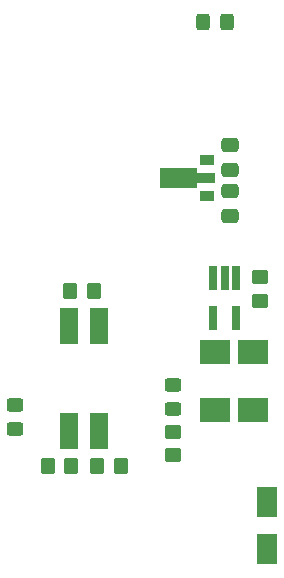
<source format=gtp>
G04 #@! TF.GenerationSoftware,KiCad,Pcbnew,(6.0.6)*
G04 #@! TF.CreationDate,2022-08-27T12:11:26+02:00*
G04 #@! TF.ProjectId,switched-load-module,73776974-6368-4656-942d-6c6f61642d6d,rev?*
G04 #@! TF.SameCoordinates,Original*
G04 #@! TF.FileFunction,Paste,Top*
G04 #@! TF.FilePolarity,Positive*
%FSLAX46Y46*%
G04 Gerber Fmt 4.6, Leading zero omitted, Abs format (unit mm)*
G04 Created by KiCad (PCBNEW (6.0.6)) date 2022-08-27 12:11:26*
%MOMM*%
%LPD*%
G01*
G04 APERTURE LIST*
G04 Aperture macros list*
%AMRoundRect*
0 Rectangle with rounded corners*
0 $1 Rounding radius*
0 $2 $3 $4 $5 $6 $7 $8 $9 X,Y pos of 4 corners*
0 Add a 4 corners polygon primitive as box body*
4,1,4,$2,$3,$4,$5,$6,$7,$8,$9,$2,$3,0*
0 Add four circle primitives for the rounded corners*
1,1,$1+$1,$2,$3*
1,1,$1+$1,$4,$5*
1,1,$1+$1,$6,$7*
1,1,$1+$1,$8,$9*
0 Add four rect primitives between the rounded corners*
20,1,$1+$1,$2,$3,$4,$5,0*
20,1,$1+$1,$4,$5,$6,$7,0*
20,1,$1+$1,$6,$7,$8,$9,0*
20,1,$1+$1,$8,$9,$2,$3,0*%
%AMFreePoly0*
4,1,9,3.862500,-0.866500,0.737500,-0.866500,0.737500,-0.450000,-0.737500,-0.450000,-0.737500,0.450000,0.737500,0.450000,0.737500,0.866500,3.862500,0.866500,3.862500,-0.866500,3.862500,-0.866500,$1*%
G04 Aperture macros list end*
%ADD10RoundRect,0.250000X0.450000X-0.350000X0.450000X0.350000X-0.450000X0.350000X-0.450000X-0.350000X0*%
%ADD11R,1.800000X2.500000*%
%ADD12RoundRect,0.250000X0.475000X-0.337500X0.475000X0.337500X-0.475000X0.337500X-0.475000X-0.337500X0*%
%ADD13RoundRect,0.250000X-0.475000X0.337500X-0.475000X-0.337500X0.475000X-0.337500X0.475000X0.337500X0*%
%ADD14R,2.600000X2.100000*%
%ADD15RoundRect,0.250000X-0.350000X-0.450000X0.350000X-0.450000X0.350000X0.450000X-0.350000X0.450000X0*%
%ADD16RoundRect,0.250000X0.450000X-0.325000X0.450000X0.325000X-0.450000X0.325000X-0.450000X-0.325000X0*%
%ADD17RoundRect,0.250000X0.350000X0.450000X-0.350000X0.450000X-0.350000X-0.450000X0.350000X-0.450000X0*%
%ADD18RoundRect,0.250000X-0.325000X-0.450000X0.325000X-0.450000X0.325000X0.450000X-0.325000X0.450000X0*%
%ADD19RoundRect,0.250000X-0.450000X0.350000X-0.450000X-0.350000X0.450000X-0.350000X0.450000X0.350000X0*%
%ADD20R,1.300000X0.900000*%
%ADD21FreePoly0,180.000000*%
%ADD22R,0.650000X2.000000*%
%ADD23R,1.600000X3.100000*%
G04 APERTURE END LIST*
D10*
X61550000Y-69837500D03*
X61550000Y-67837500D03*
D11*
X62150000Y-90900000D03*
X62150000Y-86900000D03*
D12*
X59087500Y-58750000D03*
X59087500Y-56675000D03*
D13*
X59087500Y-60562500D03*
X59087500Y-62637500D03*
D14*
X57750000Y-79100000D03*
X57750000Y-74200000D03*
D15*
X45500000Y-69000000D03*
X47500000Y-69000000D03*
D16*
X54250000Y-79000000D03*
X54250000Y-76950000D03*
D14*
X61000000Y-74200000D03*
X61000000Y-79100000D03*
D17*
X49800000Y-83850000D03*
X47800000Y-83850000D03*
D18*
X56725000Y-46200000D03*
X58775000Y-46200000D03*
D16*
X40850000Y-80725000D03*
X40850000Y-78675000D03*
D17*
X45600000Y-83850000D03*
X43600000Y-83850000D03*
D19*
X54250000Y-80925000D03*
X54250000Y-82925000D03*
D20*
X57137500Y-60950000D03*
D21*
X57050000Y-59450000D03*
D20*
X57137500Y-57950000D03*
D22*
X59550000Y-67890000D03*
X58600000Y-67890000D03*
X57650000Y-67890000D03*
X57650000Y-71310000D03*
X59550000Y-71310000D03*
D23*
X47970000Y-71955000D03*
X45430000Y-71955000D03*
X45430000Y-80845000D03*
X47970000Y-80845000D03*
M02*

</source>
